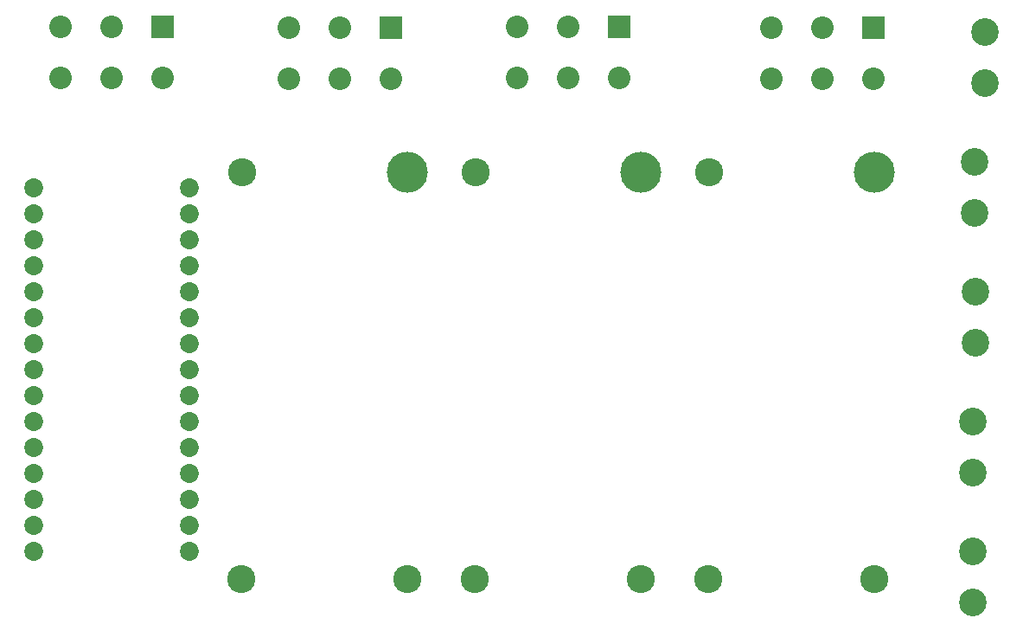
<source format=gts>
G04*
G04 #@! TF.GenerationSoftware,Altium Limited,CircuitMaker,2.2.1 (6)*
G04*
G04 Layer_Color=20142*
%FSLAX25Y25*%
%MOIN*%
G70*
G04*
G04 #@! TF.SameCoordinates,E9A488FF-F020-425E-AD06-6B1E6BE10ADD*
G04*
G04*
G04 #@! TF.FilePolarity,Negative*
G04*
G01*
G75*
%ADD15R,0.08674X0.08674*%
%ADD16C,0.08674*%
%ADD17C,0.10800*%
%ADD18C,0.15800*%
%ADD19C,0.10642*%
%ADD20C,0.07300*%
D15*
X303685Y422000D02*
D03*
X577685Y421685D02*
D03*
X391685D02*
D03*
X479685Y422000D02*
D03*
D16*
X284000D02*
D03*
X264315D02*
D03*
X303685Y402315D02*
D03*
X284000D02*
D03*
X264315D02*
D03*
X558000Y421685D02*
D03*
X538315D02*
D03*
X577685Y402000D02*
D03*
X558000D02*
D03*
X538315D02*
D03*
X352315D02*
D03*
X372000D02*
D03*
X391685D02*
D03*
X352315Y421685D02*
D03*
X372000D02*
D03*
X440315Y402315D02*
D03*
X460000D02*
D03*
X479685D02*
D03*
X440315Y422000D02*
D03*
X460000D02*
D03*
D17*
X424315Y365843D02*
D03*
X487799Y209201D02*
D03*
X424000Y209100D02*
D03*
X514315Y365843D02*
D03*
X577799Y209201D02*
D03*
X514000Y209100D02*
D03*
X334315Y365843D02*
D03*
X397799Y209201D02*
D03*
X334000Y209100D02*
D03*
D18*
X487799Y365744D02*
D03*
X577799D02*
D03*
X397799D02*
D03*
D19*
X616000Y250315D02*
D03*
Y270000D02*
D03*
Y200315D02*
D03*
Y220000D02*
D03*
X620500Y419842D02*
D03*
Y400157D02*
D03*
X616500Y369843D02*
D03*
Y350157D02*
D03*
X617000Y319843D02*
D03*
Y300157D02*
D03*
D20*
X314000Y290000D02*
D03*
Y280000D02*
D03*
Y270000D02*
D03*
Y260000D02*
D03*
Y250000D02*
D03*
Y240000D02*
D03*
Y230000D02*
D03*
Y220000D02*
D03*
Y300000D02*
D03*
Y310000D02*
D03*
Y320000D02*
D03*
Y330000D02*
D03*
Y340000D02*
D03*
Y350000D02*
D03*
Y360000D02*
D03*
X254000Y220000D02*
D03*
Y230000D02*
D03*
Y240000D02*
D03*
Y250000D02*
D03*
Y260000D02*
D03*
Y270000D02*
D03*
Y280000D02*
D03*
Y290000D02*
D03*
Y300000D02*
D03*
Y310000D02*
D03*
Y320000D02*
D03*
Y330000D02*
D03*
Y340000D02*
D03*
Y350000D02*
D03*
Y360000D02*
D03*
M02*

</source>
